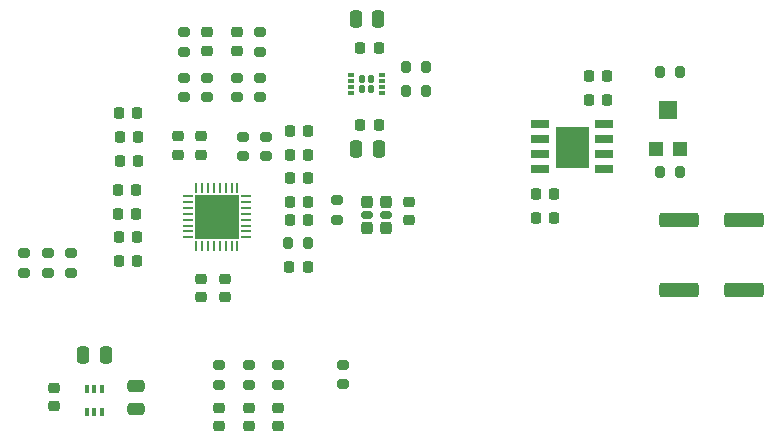
<source format=gbr>
%TF.GenerationSoftware,KiCad,Pcbnew,8.0.6*%
%TF.CreationDate,2025-05-09T15:02:35+02:00*%
%TF.ProjectId,pulse-shaping-extension-v1.1,70756c73-652d-4736-9861-70696e672d65,rev?*%
%TF.SameCoordinates,PX3d09000PY6590fa0*%
%TF.FileFunction,Paste,Top*%
%TF.FilePolarity,Positive*%
%FSLAX46Y46*%
G04 Gerber Fmt 4.6, Leading zero omitted, Abs format (unit mm)*
G04 Created by KiCad (PCBNEW 8.0.6) date 2025-05-09 15:02:35*
%MOMM*%
%LPD*%
G01*
G04 APERTURE LIST*
G04 Aperture macros list*
%AMRoundRect*
0 Rectangle with rounded corners*
0 $1 Rounding radius*
0 $2 $3 $4 $5 $6 $7 $8 $9 X,Y pos of 4 corners*
0 Add a 4 corners polygon primitive as box body*
4,1,4,$2,$3,$4,$5,$6,$7,$8,$9,$2,$3,0*
0 Add four circle primitives for the rounded corners*
1,1,$1+$1,$2,$3*
1,1,$1+$1,$4,$5*
1,1,$1+$1,$6,$7*
1,1,$1+$1,$8,$9*
0 Add four rect primitives between the rounded corners*
20,1,$1+$1,$2,$3,$4,$5,0*
20,1,$1+$1,$4,$5,$6,$7,0*
20,1,$1+$1,$6,$7,$8,$9,0*
20,1,$1+$1,$8,$9,$2,$3,0*%
G04 Aperture macros list end*
%ADD10C,0.010000*%
%ADD11RoundRect,0.218750X-0.256250X0.218750X-0.256250X-0.218750X0.256250X-0.218750X0.256250X0.218750X0*%
%ADD12RoundRect,0.225000X0.250000X-0.225000X0.250000X0.225000X-0.250000X0.225000X-0.250000X-0.225000X0*%
%ADD13RoundRect,0.225000X-0.225000X-0.250000X0.225000X-0.250000X0.225000X0.250000X-0.225000X0.250000X0*%
%ADD14R,0.812800X0.254000*%
%ADD15R,0.254000X0.812800*%
%ADD16R,3.759200X3.759200*%
%ADD17RoundRect,0.200000X-0.275000X0.200000X-0.275000X-0.200000X0.275000X-0.200000X0.275000X0.200000X0*%
%ADD18RoundRect,0.250000X-0.250000X-0.475000X0.250000X-0.475000X0.250000X0.475000X-0.250000X0.475000X0*%
%ADD19R,1.200000X1.200000*%
%ADD20R,1.600000X1.500000*%
%ADD21RoundRect,0.200000X0.200000X0.275000X-0.200000X0.275000X-0.200000X-0.275000X0.200000X-0.275000X0*%
%ADD22RoundRect,0.225000X0.225000X0.250000X-0.225000X0.250000X-0.225000X-0.250000X0.225000X-0.250000X0*%
%ADD23RoundRect,0.225000X-0.250000X0.225000X-0.250000X-0.225000X0.250000X-0.225000X0.250000X0.225000X0*%
%ADD24RoundRect,0.250000X1.425000X-0.362500X1.425000X0.362500X-1.425000X0.362500X-1.425000X-0.362500X0*%
%ADD25RoundRect,0.200000X0.275000X-0.200000X0.275000X0.200000X-0.275000X0.200000X-0.275000X-0.200000X0*%
%ADD26RoundRect,0.200000X-0.200000X-0.275000X0.200000X-0.275000X0.200000X0.275000X-0.200000X0.275000X0*%
%ADD27RoundRect,0.250000X0.250000X0.275000X-0.250000X0.275000X-0.250000X-0.275000X0.250000X-0.275000X0*%
%ADD28RoundRect,0.162500X0.337500X0.162500X-0.337500X0.162500X-0.337500X-0.162500X0.337500X-0.162500X0*%
%ADD29RoundRect,0.015000X-0.760000X-0.285000X0.760000X-0.285000X0.760000X0.285000X-0.760000X0.285000X0*%
%ADD30RoundRect,0.145000X-0.145000X-0.205000X0.145000X-0.205000X0.145000X0.205000X-0.145000X0.205000X0*%
%ADD31RoundRect,0.087500X-0.200000X-0.087500X0.200000X-0.087500X0.200000X0.087500X-0.200000X0.087500X0*%
%ADD32RoundRect,0.250000X0.475000X-0.250000X0.475000X0.250000X-0.475000X0.250000X-0.475000X-0.250000X0*%
%ADD33RoundRect,0.218750X0.256250X-0.218750X0.256250X0.218750X-0.256250X0.218750X-0.256250X-0.218750X0*%
%ADD34RoundRect,0.100000X-0.100000X0.225000X-0.100000X-0.225000X0.100000X-0.225000X0.100000X0.225000X0*%
G04 APERTURE END LIST*
D10*
%TO.C,U4*%
X58205000Y23950000D02*
X55495000Y23950000D01*
X55495000Y27350000D01*
X58205000Y27350000D01*
X58205000Y23950000D01*
G36*
X58205000Y23950000D02*
G01*
X55495000Y23950000D01*
X55495000Y27350000D01*
X58205000Y27350000D01*
X58205000Y23950000D01*
G37*
%TD*%
D11*
%TO.C,D3*%
X32000000Y3575000D03*
X32000000Y2000000D03*
%TD*%
D12*
%TO.C,C15*%
X25500000Y12950000D03*
X25500000Y14500000D03*
%TD*%
D13*
%TO.C,C30*%
X38950000Y27550000D03*
X40500000Y27550000D03*
%TD*%
D12*
%TO.C,C29*%
X13000000Y3725000D03*
X13000000Y5275000D03*
%TD*%
D14*
%TO.C,U1*%
X24350000Y21499998D03*
X24350000Y20999999D03*
X24350000Y20500000D03*
X24350000Y19999999D03*
X24350000Y19499999D03*
X24350000Y18999998D03*
X24350000Y18499999D03*
X24350000Y18000000D03*
D15*
X25051101Y17298899D03*
X25551100Y17298899D03*
X26051099Y17298899D03*
X26551100Y17298899D03*
X27051100Y17298899D03*
X27551101Y17298899D03*
X28051100Y17298899D03*
X28551099Y17298899D03*
D14*
X29252200Y18000000D03*
X29252200Y18499999D03*
X29252200Y18999998D03*
X29252200Y19499999D03*
X29252200Y19999999D03*
X29252200Y20500000D03*
X29252200Y20999999D03*
X29252200Y21499998D03*
D15*
X28551099Y22201099D03*
X28051100Y22201099D03*
X27551101Y22201099D03*
X27051100Y22201099D03*
X26551100Y22201099D03*
X26051099Y22201099D03*
X25551100Y22201099D03*
X25051101Y22201099D03*
D16*
X26801100Y19749999D03*
%TD*%
D17*
%TO.C,R12*%
X26000000Y31500000D03*
X26000000Y29850000D03*
%TD*%
D18*
%TO.C,C28*%
X38550000Y36500000D03*
X40450000Y36500000D03*
%TD*%
D13*
%TO.C,C27*%
X38950000Y34050000D03*
X40500000Y34050000D03*
%TD*%
D17*
%TO.C,R15*%
X30500000Y35350000D03*
X30500000Y33700000D03*
%TD*%
D19*
%TO.C,RV1*%
X64000000Y25500000D03*
D20*
X65000000Y28750000D03*
D19*
X66000000Y25500000D03*
%TD*%
D21*
%TO.C,R6*%
X34500000Y17500000D03*
X32850000Y17500000D03*
%TD*%
D22*
%TO.C,C1*%
X34550000Y21000000D03*
X33000000Y21000000D03*
%TD*%
%TO.C,C9*%
X34550000Y23000000D03*
X33000000Y23000000D03*
%TD*%
D23*
%TO.C,C26*%
X26000000Y35350000D03*
X26000000Y33800000D03*
%TD*%
D24*
%TO.C,R20*%
X71420000Y13500000D03*
X71420000Y19425000D03*
%TD*%
D13*
%TO.C,C6*%
X18575000Y24500000D03*
X20125000Y24500000D03*
%TD*%
D25*
%TO.C,R2*%
X12500000Y15000000D03*
X12500000Y16650000D03*
%TD*%
D21*
%TO.C,R17*%
X44500000Y30397500D03*
X42850000Y30397500D03*
%TD*%
D13*
%TO.C,C13*%
X18450000Y22000000D03*
X20000000Y22000000D03*
%TD*%
D26*
%TO.C,R18*%
X42850000Y32397500D03*
X44500000Y32397500D03*
%TD*%
D22*
%TO.C,C2*%
X34550000Y19500000D03*
X33000000Y19500000D03*
%TD*%
D13*
%TO.C,C7*%
X18575000Y26500000D03*
X20125000Y26500000D03*
%TD*%
D27*
%TO.C,X1*%
X41100000Y18750000D03*
D28*
X41100000Y19875000D03*
D27*
X41100000Y21000000D03*
X39500000Y21000000D03*
D28*
X39500000Y19875000D03*
D27*
X39500000Y18750000D03*
%TD*%
D29*
%TO.C,U4*%
X54150000Y27555000D03*
X54150000Y26285000D03*
X54150000Y25015000D03*
X54150000Y23745000D03*
X59550000Y23745000D03*
X59550000Y25015000D03*
X59550000Y26285000D03*
X59550000Y27555000D03*
%TD*%
D25*
%TO.C,R5*%
X29000000Y24850000D03*
X29000000Y26500000D03*
%TD*%
D22*
%TO.C,C23*%
X55350000Y21650000D03*
X53800000Y21650000D03*
%TD*%
D30*
%TO.C,U3*%
X39120000Y31397500D03*
X39120000Y30527500D03*
X39850000Y31397500D03*
X39850000Y30527500D03*
D31*
X38197500Y31712500D03*
X38197500Y31212500D03*
X38197500Y30712500D03*
X38197500Y30212500D03*
X40772500Y30212500D03*
X40772500Y30712500D03*
X40772500Y31212500D03*
X40772500Y31712500D03*
%TD*%
D25*
%TO.C,R11*%
X28500000Y29850000D03*
X28500000Y31500000D03*
%TD*%
D18*
%TO.C,C31*%
X38600000Y25500000D03*
X40500000Y25500000D03*
%TD*%
D22*
%TO.C,C17*%
X34550000Y27000000D03*
X33000000Y27000000D03*
%TD*%
D32*
%TO.C,C19*%
X20000000Y3500000D03*
X20000000Y5400000D03*
%TD*%
D17*
%TO.C,R14*%
X24000000Y31500000D03*
X24000000Y29850000D03*
%TD*%
D11*
%TO.C,D2*%
X29500000Y3575000D03*
X29500000Y2000000D03*
%TD*%
D17*
%TO.C,R13*%
X30500000Y31500000D03*
X30500000Y29850000D03*
%TD*%
D22*
%TO.C,C24*%
X55350000Y19650000D03*
X53800000Y19650000D03*
%TD*%
D17*
%TO.C,R21*%
X37500000Y7190000D03*
X37500000Y5540000D03*
%TD*%
%TO.C,R8*%
X27000000Y7150000D03*
X27000000Y5500000D03*
%TD*%
D13*
%TO.C,C12*%
X18450000Y20000000D03*
X20000000Y20000000D03*
%TD*%
D21*
%TO.C,R19*%
X66000000Y32000000D03*
X64350000Y32000000D03*
%TD*%
D13*
%TO.C,C22*%
X58300000Y31650000D03*
X59850000Y31650000D03*
%TD*%
D25*
%TO.C,R10*%
X32000000Y5500000D03*
X32000000Y7150000D03*
%TD*%
%TO.C,R1*%
X10500000Y15000000D03*
X10500000Y16650000D03*
%TD*%
%TO.C,R7*%
X31000000Y24850000D03*
X31000000Y26500000D03*
%TD*%
D22*
%TO.C,C8*%
X34500000Y15500000D03*
X32950000Y15500000D03*
%TD*%
D25*
%TO.C,R3*%
X14500000Y15000000D03*
X14500000Y16650000D03*
%TD*%
D23*
%TO.C,C18*%
X25500000Y26550000D03*
X25500000Y25000000D03*
%TD*%
D13*
%TO.C,C16*%
X18500000Y28500000D03*
X20050000Y28500000D03*
%TD*%
D12*
%TO.C,C14*%
X27500000Y12950000D03*
X27500000Y14500000D03*
%TD*%
D13*
%TO.C,C21*%
X58300000Y29650000D03*
X59850000Y29650000D03*
%TD*%
D22*
%TO.C,C10*%
X34550000Y25000000D03*
X33000000Y25000000D03*
%TD*%
D23*
%TO.C,C25*%
X28500000Y35350000D03*
X28500000Y33800000D03*
%TD*%
D18*
%TO.C,C20*%
X15500000Y8000000D03*
X17400000Y8000000D03*
%TD*%
D17*
%TO.C,R4*%
X37000000Y21150000D03*
X37000000Y19500000D03*
%TD*%
D13*
%TO.C,C4*%
X18500000Y16000000D03*
X20050000Y16000000D03*
%TD*%
D24*
%TO.C,R23*%
X65957500Y13500000D03*
X65957500Y19425000D03*
%TD*%
D23*
%TO.C,C3*%
X43050000Y21000000D03*
X43050000Y19450000D03*
%TD*%
D25*
%TO.C,R9*%
X29500000Y5500000D03*
X29500000Y7150000D03*
%TD*%
D13*
%TO.C,C5*%
X18500000Y18000000D03*
X20050000Y18000000D03*
%TD*%
D21*
%TO.C,R22*%
X66000000Y23500000D03*
X64350000Y23500000D03*
%TD*%
D23*
%TO.C,C11*%
X23500000Y26550000D03*
X23500000Y25000000D03*
%TD*%
D17*
%TO.C,R16*%
X24000000Y35350000D03*
X24000000Y33700000D03*
%TD*%
D33*
%TO.C,D1*%
X27000000Y2000000D03*
X27000000Y3575000D03*
%TD*%
D34*
%TO.C,U5*%
X17094000Y5126000D03*
X16444000Y5126000D03*
X15794000Y5126000D03*
X15794000Y3226000D03*
X16444000Y3226000D03*
X17094000Y3226000D03*
%TD*%
M02*

</source>
